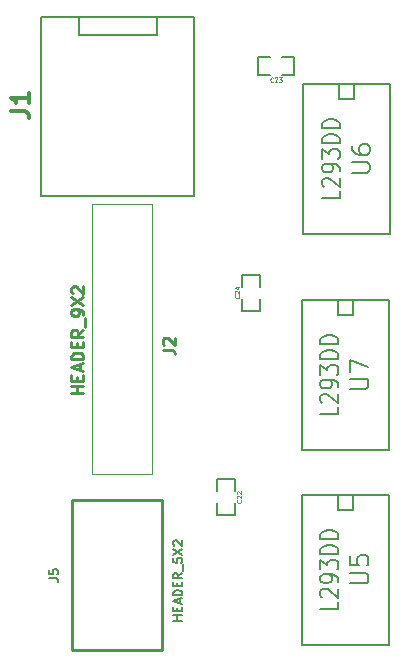
<source format=gto>
G04 (created by PCBNEW (2013-08-24 BZR 4298)-stable) date Wed 20 Nov 2013 08:14:19 PM PST*
%MOIN*%
G04 Gerber Fmt 3.4, Leading zero omitted, Abs format*
%FSLAX34Y34*%
G01*
G70*
G90*
G04 APERTURE LIST*
%ADD10C,0.005906*%
%ADD11C,0.005000*%
%ADD12C,0.010000*%
%ADD13C,0.002000*%
%ADD14C,0.007900*%
%ADD15C,0.003700*%
%ADD16C,0.007500*%
%ADD17C,0.012000*%
G04 APERTURE END LIST*
G54D10*
G54D11*
X63349Y-37850D02*
X66249Y-37850D01*
X66249Y-32850D02*
X63349Y-32850D01*
X63349Y-37850D02*
X63349Y-32850D01*
X66249Y-32850D02*
X66249Y-37850D01*
X65049Y-32850D02*
X65049Y-33350D01*
X65049Y-33350D02*
X64549Y-33350D01*
X64549Y-33350D02*
X64549Y-32850D01*
X63400Y-30649D02*
X66300Y-30649D01*
X66300Y-25649D02*
X63400Y-25649D01*
X63400Y-30649D02*
X63400Y-25649D01*
X66300Y-25649D02*
X66300Y-30649D01*
X65100Y-25649D02*
X65100Y-26149D01*
X65100Y-26149D02*
X64600Y-26149D01*
X64600Y-26149D02*
X64600Y-25649D01*
X63349Y-44338D02*
X66249Y-44338D01*
X66249Y-39338D02*
X63349Y-39338D01*
X63349Y-44338D02*
X63349Y-39338D01*
X66249Y-39338D02*
X66249Y-44338D01*
X65049Y-39338D02*
X65049Y-39838D01*
X65049Y-39838D02*
X64549Y-39838D01*
X64549Y-39838D02*
X64549Y-39338D01*
X61953Y-32808D02*
X61953Y-33208D01*
X61953Y-33208D02*
X61353Y-33208D01*
X61353Y-33208D02*
X61353Y-32808D01*
X61353Y-32408D02*
X61353Y-32008D01*
X61353Y-32008D02*
X61953Y-32008D01*
X61953Y-32008D02*
X61953Y-32408D01*
X62700Y-24759D02*
X63100Y-24759D01*
X63100Y-24759D02*
X63100Y-25359D01*
X63100Y-25359D02*
X62700Y-25359D01*
X62300Y-25359D02*
X61900Y-25359D01*
X61900Y-25359D02*
X61900Y-24759D01*
X61900Y-24759D02*
X62300Y-24759D01*
X60511Y-39205D02*
X60511Y-38805D01*
X60511Y-38805D02*
X61111Y-38805D01*
X61111Y-38805D02*
X61111Y-39205D01*
X61111Y-39605D02*
X61111Y-40005D01*
X61111Y-40005D02*
X60511Y-40005D01*
X60511Y-40005D02*
X60511Y-39605D01*
G54D12*
X58700Y-44500D02*
X58700Y-39500D01*
X58700Y-44500D02*
X55700Y-44500D01*
X55700Y-44500D02*
X55700Y-39500D01*
X55700Y-39500D02*
X58700Y-39500D01*
G54D13*
X58350Y-29649D02*
X58350Y-38649D01*
X56350Y-38649D02*
X56350Y-29649D01*
X56350Y-29651D02*
X58350Y-29651D01*
X58350Y-38649D02*
X56350Y-38649D01*
G54D11*
X55909Y-23409D02*
X55909Y-24019D01*
X55909Y-24019D02*
X58507Y-24019D01*
X58507Y-24019D02*
X58507Y-23419D01*
G54D14*
X54648Y-29393D02*
X54648Y-23409D01*
X54648Y-23409D02*
X59768Y-23409D01*
X59768Y-23409D02*
X59768Y-29393D01*
X59768Y-29393D02*
X54648Y-29393D01*
G54D11*
X64970Y-35807D02*
X65456Y-35807D01*
X65513Y-35778D01*
X65542Y-35750D01*
X65570Y-35693D01*
X65570Y-35578D01*
X65542Y-35521D01*
X65513Y-35493D01*
X65456Y-35464D01*
X64970Y-35464D01*
X64970Y-35236D02*
X64970Y-34836D01*
X65570Y-35093D01*
X64570Y-36409D02*
X64570Y-36648D01*
X63970Y-36648D01*
X64027Y-36267D02*
X63999Y-36243D01*
X63970Y-36195D01*
X63970Y-36076D01*
X63999Y-36028D01*
X64027Y-36005D01*
X64084Y-35981D01*
X64142Y-35981D01*
X64227Y-36005D01*
X64570Y-36290D01*
X64570Y-35981D01*
X64570Y-35743D02*
X64570Y-35648D01*
X64542Y-35600D01*
X64513Y-35576D01*
X64427Y-35528D01*
X64313Y-35505D01*
X64084Y-35505D01*
X64027Y-35528D01*
X63999Y-35552D01*
X63970Y-35600D01*
X63970Y-35695D01*
X63999Y-35743D01*
X64027Y-35767D01*
X64084Y-35790D01*
X64227Y-35790D01*
X64284Y-35767D01*
X64313Y-35743D01*
X64342Y-35695D01*
X64342Y-35600D01*
X64313Y-35552D01*
X64284Y-35528D01*
X64227Y-35505D01*
X63970Y-35338D02*
X63970Y-35028D01*
X64199Y-35195D01*
X64199Y-35124D01*
X64227Y-35076D01*
X64256Y-35052D01*
X64313Y-35028D01*
X64456Y-35028D01*
X64513Y-35052D01*
X64542Y-35076D01*
X64570Y-35124D01*
X64570Y-35267D01*
X64542Y-35314D01*
X64513Y-35338D01*
X64570Y-34814D02*
X63970Y-34814D01*
X63970Y-34695D01*
X63999Y-34624D01*
X64056Y-34576D01*
X64113Y-34552D01*
X64227Y-34528D01*
X64313Y-34528D01*
X64427Y-34552D01*
X64484Y-34576D01*
X64542Y-34624D01*
X64570Y-34695D01*
X64570Y-34814D01*
X64570Y-34314D02*
X63970Y-34314D01*
X63970Y-34195D01*
X63999Y-34124D01*
X64056Y-34076D01*
X64113Y-34052D01*
X64227Y-34028D01*
X64313Y-34028D01*
X64427Y-34052D01*
X64484Y-34076D01*
X64542Y-34124D01*
X64570Y-34195D01*
X64570Y-34314D01*
X65021Y-28606D02*
X65507Y-28606D01*
X65564Y-28578D01*
X65593Y-28549D01*
X65621Y-28492D01*
X65621Y-28378D01*
X65593Y-28321D01*
X65564Y-28292D01*
X65507Y-28263D01*
X65021Y-28263D01*
X65021Y-27721D02*
X65021Y-27835D01*
X65050Y-27892D01*
X65078Y-27921D01*
X65164Y-27978D01*
X65278Y-28006D01*
X65507Y-28006D01*
X65564Y-27978D01*
X65593Y-27949D01*
X65621Y-27892D01*
X65621Y-27778D01*
X65593Y-27721D01*
X65564Y-27692D01*
X65507Y-27663D01*
X65364Y-27663D01*
X65307Y-27692D01*
X65278Y-27721D01*
X65250Y-27778D01*
X65250Y-27892D01*
X65278Y-27949D01*
X65307Y-27978D01*
X65364Y-28006D01*
X64621Y-29209D02*
X64621Y-29447D01*
X64021Y-29447D01*
X64078Y-29066D02*
X64050Y-29042D01*
X64021Y-28994D01*
X64021Y-28875D01*
X64050Y-28828D01*
X64078Y-28804D01*
X64136Y-28780D01*
X64193Y-28780D01*
X64278Y-28804D01*
X64621Y-29090D01*
X64621Y-28780D01*
X64621Y-28542D02*
X64621Y-28447D01*
X64593Y-28399D01*
X64564Y-28375D01*
X64478Y-28328D01*
X64364Y-28304D01*
X64136Y-28304D01*
X64078Y-28328D01*
X64050Y-28351D01*
X64021Y-28399D01*
X64021Y-28494D01*
X64050Y-28542D01*
X64078Y-28566D01*
X64136Y-28590D01*
X64278Y-28590D01*
X64336Y-28566D01*
X64364Y-28542D01*
X64393Y-28494D01*
X64393Y-28399D01*
X64364Y-28351D01*
X64336Y-28328D01*
X64278Y-28304D01*
X64021Y-28137D02*
X64021Y-27828D01*
X64250Y-27994D01*
X64250Y-27923D01*
X64278Y-27875D01*
X64307Y-27851D01*
X64364Y-27828D01*
X64507Y-27828D01*
X64564Y-27851D01*
X64593Y-27875D01*
X64621Y-27923D01*
X64621Y-28066D01*
X64593Y-28113D01*
X64564Y-28137D01*
X64621Y-27613D02*
X64021Y-27613D01*
X64021Y-27494D01*
X64050Y-27423D01*
X64107Y-27375D01*
X64164Y-27351D01*
X64278Y-27328D01*
X64364Y-27328D01*
X64478Y-27351D01*
X64536Y-27375D01*
X64593Y-27423D01*
X64621Y-27494D01*
X64621Y-27613D01*
X64621Y-27113D02*
X64021Y-27113D01*
X64021Y-26994D01*
X64050Y-26923D01*
X64107Y-26875D01*
X64164Y-26851D01*
X64278Y-26828D01*
X64364Y-26828D01*
X64478Y-26851D01*
X64536Y-26875D01*
X64593Y-26923D01*
X64621Y-26994D01*
X64621Y-27113D01*
X64970Y-42295D02*
X65456Y-42295D01*
X65513Y-42267D01*
X65542Y-42238D01*
X65570Y-42181D01*
X65570Y-42067D01*
X65542Y-42010D01*
X65513Y-41981D01*
X65456Y-41952D01*
X64970Y-41952D01*
X64970Y-41381D02*
X64970Y-41667D01*
X65256Y-41695D01*
X65227Y-41667D01*
X65199Y-41610D01*
X65199Y-41467D01*
X65227Y-41410D01*
X65256Y-41381D01*
X65313Y-41352D01*
X65456Y-41352D01*
X65513Y-41381D01*
X65542Y-41410D01*
X65570Y-41467D01*
X65570Y-41610D01*
X65542Y-41667D01*
X65513Y-41695D01*
X64570Y-42898D02*
X64570Y-43136D01*
X63970Y-43136D01*
X64027Y-42755D02*
X63999Y-42731D01*
X63970Y-42683D01*
X63970Y-42564D01*
X63999Y-42517D01*
X64027Y-42493D01*
X64084Y-42469D01*
X64142Y-42469D01*
X64227Y-42493D01*
X64570Y-42779D01*
X64570Y-42469D01*
X64570Y-42231D02*
X64570Y-42136D01*
X64542Y-42088D01*
X64513Y-42064D01*
X64427Y-42017D01*
X64313Y-41993D01*
X64084Y-41993D01*
X64027Y-42017D01*
X63999Y-42040D01*
X63970Y-42088D01*
X63970Y-42183D01*
X63999Y-42231D01*
X64027Y-42255D01*
X64084Y-42279D01*
X64227Y-42279D01*
X64284Y-42255D01*
X64313Y-42231D01*
X64342Y-42183D01*
X64342Y-42088D01*
X64313Y-42040D01*
X64284Y-42017D01*
X64227Y-41993D01*
X63970Y-41826D02*
X63970Y-41517D01*
X64199Y-41683D01*
X64199Y-41612D01*
X64227Y-41564D01*
X64256Y-41540D01*
X64313Y-41517D01*
X64456Y-41517D01*
X64513Y-41540D01*
X64542Y-41564D01*
X64570Y-41612D01*
X64570Y-41755D01*
X64542Y-41802D01*
X64513Y-41826D01*
X64570Y-41302D02*
X63970Y-41302D01*
X63970Y-41183D01*
X63999Y-41112D01*
X64056Y-41064D01*
X64113Y-41040D01*
X64227Y-41017D01*
X64313Y-41017D01*
X64427Y-41040D01*
X64484Y-41064D01*
X64542Y-41112D01*
X64570Y-41183D01*
X64570Y-41302D01*
X64570Y-40802D02*
X63970Y-40802D01*
X63970Y-40683D01*
X63999Y-40612D01*
X64056Y-40564D01*
X64113Y-40540D01*
X64227Y-40517D01*
X64313Y-40517D01*
X64427Y-40540D01*
X64484Y-40564D01*
X64542Y-40612D01*
X64570Y-40683D01*
X64570Y-40802D01*
G54D15*
X61255Y-32694D02*
X61262Y-32701D01*
X61269Y-32723D01*
X61269Y-32737D01*
X61262Y-32758D01*
X61247Y-32773D01*
X61233Y-32780D01*
X61205Y-32787D01*
X61183Y-32787D01*
X61155Y-32780D01*
X61140Y-32773D01*
X61126Y-32758D01*
X61119Y-32737D01*
X61119Y-32723D01*
X61126Y-32701D01*
X61133Y-32694D01*
X61133Y-32637D02*
X61126Y-32630D01*
X61119Y-32616D01*
X61119Y-32580D01*
X61126Y-32566D01*
X61133Y-32558D01*
X61147Y-32551D01*
X61162Y-32551D01*
X61183Y-32558D01*
X61269Y-32644D01*
X61269Y-32551D01*
X61169Y-32423D02*
X61269Y-32423D01*
X61112Y-32458D02*
X61219Y-32494D01*
X61219Y-32401D01*
X62393Y-25564D02*
X62386Y-25571D01*
X62365Y-25578D01*
X62350Y-25578D01*
X62329Y-25571D01*
X62315Y-25557D01*
X62307Y-25543D01*
X62300Y-25514D01*
X62300Y-25493D01*
X62307Y-25464D01*
X62315Y-25450D01*
X62329Y-25436D01*
X62350Y-25428D01*
X62365Y-25428D01*
X62386Y-25436D01*
X62393Y-25443D01*
X62450Y-25443D02*
X62457Y-25436D01*
X62472Y-25428D01*
X62507Y-25428D01*
X62522Y-25436D01*
X62529Y-25443D01*
X62536Y-25457D01*
X62536Y-25471D01*
X62529Y-25493D01*
X62443Y-25578D01*
X62536Y-25578D01*
X62586Y-25428D02*
X62679Y-25428D01*
X62629Y-25486D01*
X62650Y-25486D01*
X62665Y-25493D01*
X62672Y-25500D01*
X62679Y-25514D01*
X62679Y-25550D01*
X62672Y-25564D01*
X62665Y-25571D01*
X62650Y-25578D01*
X62607Y-25578D01*
X62593Y-25571D01*
X62586Y-25564D01*
X61316Y-39511D02*
X61323Y-39519D01*
X61330Y-39540D01*
X61330Y-39554D01*
X61323Y-39576D01*
X61309Y-39590D01*
X61295Y-39597D01*
X61266Y-39604D01*
X61245Y-39604D01*
X61216Y-39597D01*
X61202Y-39590D01*
X61188Y-39576D01*
X61180Y-39554D01*
X61180Y-39540D01*
X61188Y-39519D01*
X61195Y-39511D01*
X61195Y-39454D02*
X61188Y-39447D01*
X61180Y-39433D01*
X61180Y-39397D01*
X61188Y-39383D01*
X61195Y-39376D01*
X61209Y-39369D01*
X61223Y-39369D01*
X61245Y-39376D01*
X61330Y-39461D01*
X61330Y-39369D01*
X61195Y-39311D02*
X61188Y-39304D01*
X61180Y-39290D01*
X61180Y-39254D01*
X61188Y-39240D01*
X61195Y-39233D01*
X61209Y-39226D01*
X61223Y-39226D01*
X61245Y-39233D01*
X61330Y-39319D01*
X61330Y-39226D01*
G54D16*
X54930Y-42119D02*
X55144Y-42119D01*
X55187Y-42133D01*
X55215Y-42162D01*
X55230Y-42205D01*
X55230Y-42233D01*
X54930Y-41833D02*
X54930Y-41976D01*
X55073Y-41991D01*
X55058Y-41976D01*
X55044Y-41948D01*
X55044Y-41876D01*
X55058Y-41848D01*
X55073Y-41833D01*
X55101Y-41819D01*
X55173Y-41819D01*
X55201Y-41833D01*
X55215Y-41848D01*
X55230Y-41876D01*
X55230Y-41948D01*
X55215Y-41976D01*
X55201Y-41991D01*
X59364Y-43535D02*
X59064Y-43535D01*
X59206Y-43535D02*
X59206Y-43363D01*
X59364Y-43363D02*
X59064Y-43363D01*
X59206Y-43220D02*
X59206Y-43120D01*
X59364Y-43078D02*
X59364Y-43220D01*
X59064Y-43220D01*
X59064Y-43078D01*
X59278Y-42963D02*
X59278Y-42820D01*
X59364Y-42992D02*
X59064Y-42892D01*
X59364Y-42792D01*
X59364Y-42692D02*
X59064Y-42692D01*
X59064Y-42620D01*
X59078Y-42578D01*
X59106Y-42549D01*
X59135Y-42535D01*
X59192Y-42520D01*
X59235Y-42520D01*
X59292Y-42535D01*
X59321Y-42549D01*
X59349Y-42578D01*
X59364Y-42620D01*
X59364Y-42692D01*
X59206Y-42392D02*
X59206Y-42292D01*
X59364Y-42249D02*
X59364Y-42392D01*
X59064Y-42392D01*
X59064Y-42249D01*
X59364Y-41949D02*
X59221Y-42049D01*
X59364Y-42120D02*
X59064Y-42120D01*
X59064Y-42006D01*
X59078Y-41978D01*
X59092Y-41963D01*
X59121Y-41949D01*
X59164Y-41949D01*
X59192Y-41963D01*
X59206Y-41978D01*
X59221Y-42006D01*
X59221Y-42120D01*
X59392Y-41892D02*
X59392Y-41663D01*
X59064Y-41449D02*
X59064Y-41592D01*
X59206Y-41606D01*
X59192Y-41592D01*
X59178Y-41563D01*
X59178Y-41492D01*
X59192Y-41463D01*
X59206Y-41449D01*
X59235Y-41435D01*
X59306Y-41435D01*
X59335Y-41449D01*
X59349Y-41463D01*
X59364Y-41492D01*
X59364Y-41563D01*
X59349Y-41592D01*
X59335Y-41606D01*
X59064Y-41335D02*
X59364Y-41135D01*
X59064Y-41135D02*
X59364Y-41335D01*
X59092Y-41035D02*
X59078Y-41020D01*
X59064Y-40992D01*
X59064Y-40920D01*
X59078Y-40892D01*
X59092Y-40878D01*
X59121Y-40863D01*
X59149Y-40863D01*
X59192Y-40878D01*
X59364Y-41049D01*
X59364Y-40863D01*
G54D12*
X58709Y-34509D02*
X58995Y-34509D01*
X59052Y-34528D01*
X59090Y-34567D01*
X59109Y-34624D01*
X59109Y-34662D01*
X58747Y-34338D02*
X58728Y-34319D01*
X58709Y-34281D01*
X58709Y-34186D01*
X58728Y-34148D01*
X58747Y-34128D01*
X58785Y-34109D01*
X58823Y-34109D01*
X58880Y-34128D01*
X59109Y-34357D01*
X59109Y-34109D01*
X56073Y-35950D02*
X55673Y-35950D01*
X55863Y-35950D02*
X55863Y-35721D01*
X56073Y-35721D02*
X55673Y-35721D01*
X55863Y-35530D02*
X55863Y-35397D01*
X56073Y-35340D02*
X56073Y-35530D01*
X55673Y-35530D01*
X55673Y-35340D01*
X55959Y-35188D02*
X55959Y-34997D01*
X56073Y-35226D02*
X55673Y-35092D01*
X56073Y-34959D01*
X56073Y-34826D02*
X55673Y-34826D01*
X55673Y-34730D01*
X55692Y-34673D01*
X55730Y-34635D01*
X55768Y-34616D01*
X55844Y-34597D01*
X55901Y-34597D01*
X55978Y-34616D01*
X56016Y-34635D01*
X56054Y-34673D01*
X56073Y-34730D01*
X56073Y-34826D01*
X55863Y-34426D02*
X55863Y-34292D01*
X56073Y-34235D02*
X56073Y-34426D01*
X55673Y-34426D01*
X55673Y-34235D01*
X56073Y-33835D02*
X55882Y-33969D01*
X56073Y-34064D02*
X55673Y-34064D01*
X55673Y-33911D01*
X55692Y-33873D01*
X55711Y-33854D01*
X55749Y-33835D01*
X55806Y-33835D01*
X55844Y-33854D01*
X55863Y-33873D01*
X55882Y-33911D01*
X55882Y-34064D01*
X56111Y-33759D02*
X56111Y-33454D01*
X56073Y-33340D02*
X56073Y-33264D01*
X56054Y-33226D01*
X56035Y-33207D01*
X55978Y-33169D01*
X55901Y-33150D01*
X55749Y-33150D01*
X55711Y-33169D01*
X55692Y-33188D01*
X55673Y-33226D01*
X55673Y-33302D01*
X55692Y-33340D01*
X55711Y-33359D01*
X55749Y-33378D01*
X55844Y-33378D01*
X55882Y-33359D01*
X55901Y-33340D01*
X55920Y-33302D01*
X55920Y-33226D01*
X55901Y-33188D01*
X55882Y-33169D01*
X55844Y-33150D01*
X55673Y-33016D02*
X56073Y-32750D01*
X55673Y-32750D02*
X56073Y-33016D01*
X55711Y-32616D02*
X55692Y-32597D01*
X55673Y-32559D01*
X55673Y-32464D01*
X55692Y-32426D01*
X55711Y-32407D01*
X55749Y-32388D01*
X55787Y-32388D01*
X55844Y-32407D01*
X56073Y-32635D01*
X56073Y-32388D01*
G54D17*
X53668Y-26539D02*
X54096Y-26539D01*
X54182Y-26568D01*
X54239Y-26625D01*
X54268Y-26711D01*
X54268Y-26768D01*
X54268Y-25939D02*
X54268Y-26282D01*
X54268Y-26111D02*
X53668Y-26111D01*
X53753Y-26168D01*
X53810Y-26225D01*
X53839Y-26282D01*
M02*

</source>
